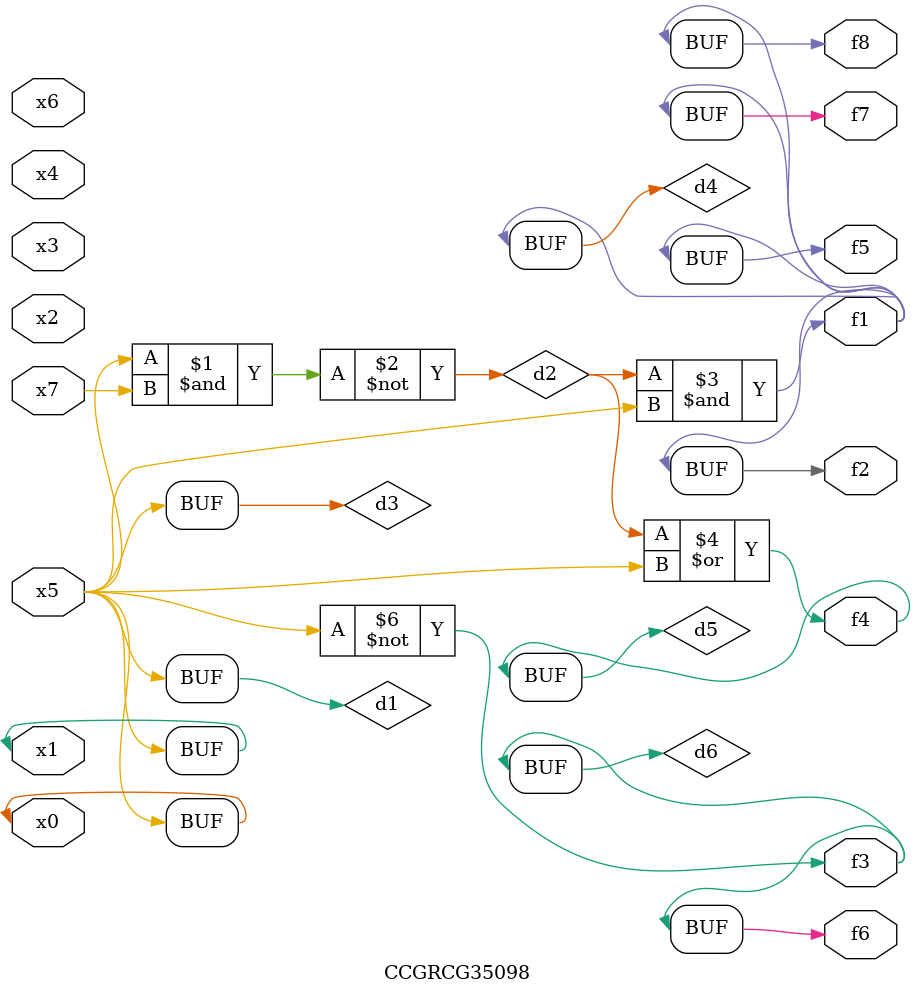
<source format=v>
module CCGRCG35098(
	input x0, x1, x2, x3, x4, x5, x6, x7,
	output f1, f2, f3, f4, f5, f6, f7, f8
);

	wire d1, d2, d3, d4, d5, d6;

	buf (d1, x0, x5);
	nand (d2, x5, x7);
	buf (d3, x0, x1);
	and (d4, d2, d3);
	or (d5, d2, d3);
	nor (d6, d1, d3);
	assign f1 = d4;
	assign f2 = d4;
	assign f3 = d6;
	assign f4 = d5;
	assign f5 = d4;
	assign f6 = d6;
	assign f7 = d4;
	assign f8 = d4;
endmodule

</source>
